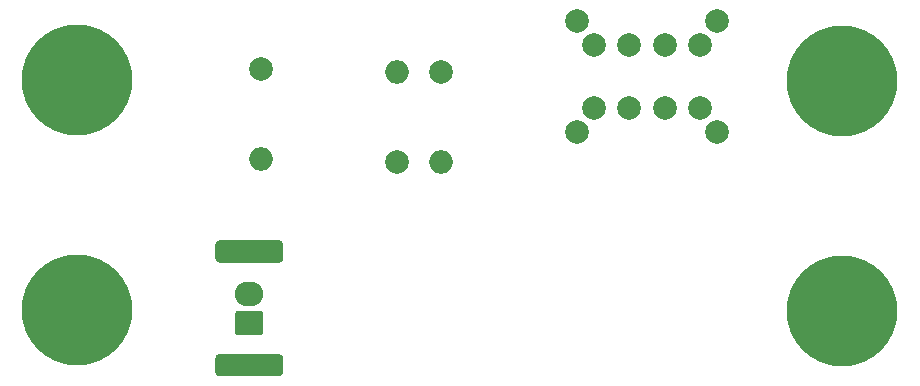
<source format=gbs>
G04 #@! TF.GenerationSoftware,KiCad,Pcbnew,(5.1.4)-1*
G04 #@! TF.CreationDate,2019-09-05T18:56:40+02:00*
G04 #@! TF.ProjectId,currentscaler,63757272-656e-4747-9363-616c65722e6b,rev?*
G04 #@! TF.SameCoordinates,Original*
G04 #@! TF.FileFunction,Soldermask,Bot*
G04 #@! TF.FilePolarity,Negative*
%FSLAX46Y46*%
G04 Gerber Fmt 4.6, Leading zero omitted, Abs format (unit mm)*
G04 Created by KiCad (PCBNEW (5.1.4)-1) date 2019-09-05 18:56:40*
%MOMM*%
%LPD*%
G04 APERTURE LIST*
%ADD10O,2.000000X2.000000*%
%ADD11C,2.000000*%
%ADD12O,2.400000X2.100000*%
%ADD13C,0.100000*%
%ADD14C,2.100000*%
%ADD15C,1.875000*%
%ADD16C,9.400000*%
G04 APERTURE END LIST*
D10*
X134250000Y-106370000D03*
D11*
X134250000Y-98750000D03*
D10*
X130500000Y-98730000D03*
D11*
X130500000Y-106350000D03*
D10*
X119000000Y-106120000D03*
D11*
X119000000Y-98500000D03*
D12*
X118000000Y-117500000D03*
D13*
G36*
X118921447Y-118951487D02*
G01*
X118951425Y-118955934D01*
X118980824Y-118963298D01*
X119009358Y-118973508D01*
X119036755Y-118986465D01*
X119062750Y-119002046D01*
X119087092Y-119020100D01*
X119109548Y-119040452D01*
X119129900Y-119062908D01*
X119147954Y-119087250D01*
X119163535Y-119113245D01*
X119176492Y-119140642D01*
X119186702Y-119169176D01*
X119194066Y-119198575D01*
X119198513Y-119228553D01*
X119200000Y-119258823D01*
X119200000Y-120741177D01*
X119198513Y-120771447D01*
X119194066Y-120801425D01*
X119186702Y-120830824D01*
X119176492Y-120859358D01*
X119163535Y-120886755D01*
X119147954Y-120912750D01*
X119129900Y-120937092D01*
X119109548Y-120959548D01*
X119087092Y-120979900D01*
X119062750Y-120997954D01*
X119036755Y-121013535D01*
X119009358Y-121026492D01*
X118980824Y-121036702D01*
X118951425Y-121044066D01*
X118921447Y-121048513D01*
X118891177Y-121050000D01*
X117108823Y-121050000D01*
X117078553Y-121048513D01*
X117048575Y-121044066D01*
X117019176Y-121036702D01*
X116990642Y-121026492D01*
X116963245Y-121013535D01*
X116937250Y-120997954D01*
X116912908Y-120979900D01*
X116890452Y-120959548D01*
X116870100Y-120937092D01*
X116852046Y-120912750D01*
X116836465Y-120886755D01*
X116823508Y-120859358D01*
X116813298Y-120830824D01*
X116805934Y-120801425D01*
X116801487Y-120771447D01*
X116800000Y-120741177D01*
X116800000Y-119258823D01*
X116801487Y-119228553D01*
X116805934Y-119198575D01*
X116813298Y-119169176D01*
X116823508Y-119140642D01*
X116836465Y-119113245D01*
X116852046Y-119087250D01*
X116870100Y-119062908D01*
X116890452Y-119040452D01*
X116912908Y-119020100D01*
X116937250Y-119002046D01*
X116963245Y-118986465D01*
X116990642Y-118973508D01*
X117019176Y-118963298D01*
X117048575Y-118955934D01*
X117078553Y-118951487D01*
X117108823Y-118950000D01*
X118891177Y-118950000D01*
X118921447Y-118951487D01*
X118921447Y-118951487D01*
G37*
D14*
X118000000Y-120000000D03*
D13*
G36*
X120563353Y-113001530D02*
G01*
X120594202Y-113006106D01*
X120624455Y-113013684D01*
X120653819Y-113024191D01*
X120682011Y-113037525D01*
X120708762Y-113053558D01*
X120733811Y-113072137D01*
X120756919Y-113093081D01*
X120777863Y-113116189D01*
X120796442Y-113141238D01*
X120812475Y-113167989D01*
X120825809Y-113196181D01*
X120836316Y-113225545D01*
X120843894Y-113255798D01*
X120848470Y-113286647D01*
X120850000Y-113317797D01*
X120850000Y-114557203D01*
X120848470Y-114588353D01*
X120843894Y-114619202D01*
X120836316Y-114649455D01*
X120825809Y-114678819D01*
X120812475Y-114707011D01*
X120796442Y-114733762D01*
X120777863Y-114758811D01*
X120756919Y-114781919D01*
X120733811Y-114802863D01*
X120708762Y-114821442D01*
X120682011Y-114837475D01*
X120653819Y-114850809D01*
X120624455Y-114861316D01*
X120594202Y-114868894D01*
X120563353Y-114873470D01*
X120532203Y-114875000D01*
X115467797Y-114875000D01*
X115436647Y-114873470D01*
X115405798Y-114868894D01*
X115375545Y-114861316D01*
X115346181Y-114850809D01*
X115317989Y-114837475D01*
X115291238Y-114821442D01*
X115266189Y-114802863D01*
X115243081Y-114781919D01*
X115222137Y-114758811D01*
X115203558Y-114733762D01*
X115187525Y-114707011D01*
X115174191Y-114678819D01*
X115163684Y-114649455D01*
X115156106Y-114619202D01*
X115151530Y-114588353D01*
X115150000Y-114557203D01*
X115150000Y-113317797D01*
X115151530Y-113286647D01*
X115156106Y-113255798D01*
X115163684Y-113225545D01*
X115174191Y-113196181D01*
X115187525Y-113167989D01*
X115203558Y-113141238D01*
X115222137Y-113116189D01*
X115243081Y-113093081D01*
X115266189Y-113072137D01*
X115291238Y-113053558D01*
X115317989Y-113037525D01*
X115346181Y-113024191D01*
X115375545Y-113013684D01*
X115405798Y-113006106D01*
X115436647Y-113001530D01*
X115467797Y-113000000D01*
X120532203Y-113000000D01*
X120563353Y-113001530D01*
X120563353Y-113001530D01*
G37*
D15*
X118000000Y-113937500D03*
D13*
G36*
X120563353Y-122626530D02*
G01*
X120594202Y-122631106D01*
X120624455Y-122638684D01*
X120653819Y-122649191D01*
X120682011Y-122662525D01*
X120708762Y-122678558D01*
X120733811Y-122697137D01*
X120756919Y-122718081D01*
X120777863Y-122741189D01*
X120796442Y-122766238D01*
X120812475Y-122792989D01*
X120825809Y-122821181D01*
X120836316Y-122850545D01*
X120843894Y-122880798D01*
X120848470Y-122911647D01*
X120850000Y-122942797D01*
X120850000Y-124182203D01*
X120848470Y-124213353D01*
X120843894Y-124244202D01*
X120836316Y-124274455D01*
X120825809Y-124303819D01*
X120812475Y-124332011D01*
X120796442Y-124358762D01*
X120777863Y-124383811D01*
X120756919Y-124406919D01*
X120733811Y-124427863D01*
X120708762Y-124446442D01*
X120682011Y-124462475D01*
X120653819Y-124475809D01*
X120624455Y-124486316D01*
X120594202Y-124493894D01*
X120563353Y-124498470D01*
X120532203Y-124500000D01*
X115467797Y-124500000D01*
X115436647Y-124498470D01*
X115405798Y-124493894D01*
X115375545Y-124486316D01*
X115346181Y-124475809D01*
X115317989Y-124462475D01*
X115291238Y-124446442D01*
X115266189Y-124427863D01*
X115243081Y-124406919D01*
X115222137Y-124383811D01*
X115203558Y-124358762D01*
X115187525Y-124332011D01*
X115174191Y-124303819D01*
X115163684Y-124274455D01*
X115156106Y-124244202D01*
X115151530Y-124213353D01*
X115150000Y-124182203D01*
X115150000Y-122942797D01*
X115151530Y-122911647D01*
X115156106Y-122880798D01*
X115163684Y-122850545D01*
X115174191Y-122821181D01*
X115187525Y-122792989D01*
X115203558Y-122766238D01*
X115222137Y-122741189D01*
X115243081Y-122718081D01*
X115266189Y-122697137D01*
X115291238Y-122678558D01*
X115317989Y-122662525D01*
X115346181Y-122649191D01*
X115375545Y-122638684D01*
X115405798Y-122631106D01*
X115436647Y-122626530D01*
X115467797Y-122625000D01*
X120532203Y-122625000D01*
X120563353Y-122626530D01*
X120563353Y-122626530D01*
G37*
D15*
X118000000Y-123562500D03*
D11*
X156200000Y-101750000D03*
X153200000Y-101750000D03*
X150200000Y-101750000D03*
X147200000Y-101750000D03*
X156200000Y-96450000D03*
X150200000Y-96450000D03*
X147200000Y-96450000D03*
X153200000Y-96450000D03*
X145800000Y-94400000D03*
X157600000Y-94400000D03*
X157600000Y-103800000D03*
X145800000Y-103800000D03*
D16*
X168230000Y-119000000D03*
X168230000Y-99500000D03*
X103460000Y-99390000D03*
X103460000Y-118890000D03*
M02*

</source>
